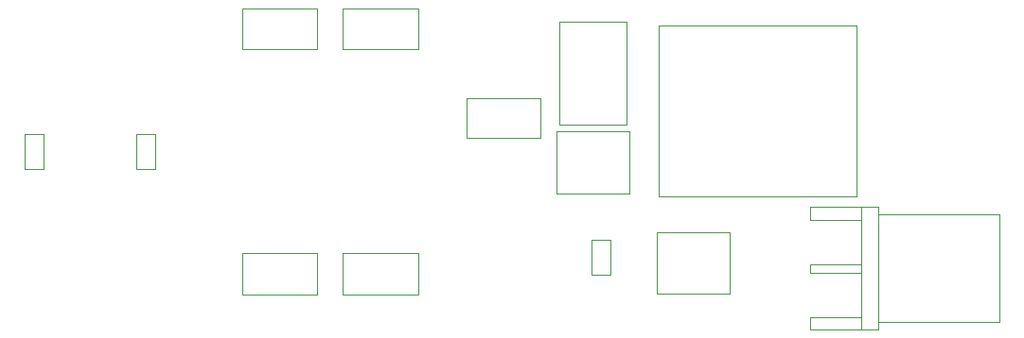
<source format=gbr>
G04 (created by PCBNEW (2013-mar-25)-stable) date Friday, August 07, 2015 11:50:23 AM*
%MOIN*%
G04 Gerber Fmt 3.4, Leading zero omitted, Abs format*
%FSLAX34Y34*%
G01*
G70*
G90*
G04 APERTURE LIST*
%ADD10C,0.006*%
%ADD11C,0.000393701*%
G04 APERTURE END LIST*
G54D10*
G54D11*
X87251Y-28740D02*
X87251Y-22716D01*
X87251Y-22716D02*
X80267Y-22716D01*
X80267Y-22716D02*
X80267Y-28740D01*
X80267Y-28740D02*
X87251Y-28740D01*
X80216Y-30011D02*
X80216Y-32192D01*
X80216Y-32192D02*
X82775Y-32192D01*
X82775Y-32192D02*
X82775Y-30011D01*
X82775Y-30011D02*
X80216Y-30011D01*
X76673Y-26468D02*
X76673Y-28649D01*
X76673Y-28649D02*
X79232Y-28649D01*
X79232Y-28649D02*
X79232Y-26468D01*
X79232Y-26468D02*
X76673Y-26468D01*
X79133Y-22598D02*
X79133Y-26220D01*
X79133Y-26220D02*
X76771Y-26220D01*
X76771Y-26220D02*
X76771Y-22598D01*
X76771Y-22598D02*
X79133Y-22598D01*
X88000Y-33468D02*
X87401Y-33468D01*
X87401Y-33468D02*
X87401Y-29129D01*
X87401Y-29129D02*
X88000Y-29129D01*
X88000Y-29129D02*
X88000Y-33468D01*
X87401Y-31448D02*
X85602Y-31448D01*
X85602Y-31448D02*
X85602Y-31149D01*
X85602Y-31149D02*
X87401Y-31149D01*
X87401Y-33468D02*
X85602Y-33468D01*
X85602Y-33468D02*
X85602Y-33009D01*
X85602Y-33009D02*
X87401Y-33009D01*
X87401Y-29129D02*
X85602Y-29129D01*
X85602Y-29129D02*
X85602Y-29588D01*
X85602Y-29588D02*
X87401Y-29588D01*
X88000Y-29399D02*
X92283Y-29399D01*
X92283Y-29399D02*
X92283Y-33198D01*
X92283Y-33198D02*
X88000Y-33198D01*
X61870Y-26555D02*
X61870Y-27775D01*
X61870Y-27775D02*
X62539Y-27775D01*
X62539Y-27775D02*
X62539Y-26555D01*
X62539Y-26555D02*
X61870Y-26555D01*
X57933Y-26555D02*
X57933Y-27775D01*
X57933Y-27775D02*
X58602Y-27775D01*
X58602Y-27775D02*
X58602Y-26555D01*
X58602Y-26555D02*
X57933Y-26555D01*
X77913Y-31515D02*
X77913Y-30295D01*
X77913Y-30295D02*
X78582Y-30295D01*
X78582Y-30295D02*
X78582Y-31515D01*
X78582Y-31515D02*
X77913Y-31515D01*
X68248Y-32224D02*
X65610Y-32224D01*
X65610Y-32224D02*
X65610Y-30767D01*
X65610Y-30767D02*
X68248Y-30767D01*
X68248Y-30767D02*
X68248Y-32224D01*
X69153Y-22106D02*
X71791Y-22106D01*
X71791Y-22106D02*
X71791Y-23562D01*
X71791Y-23562D02*
X69153Y-23562D01*
X69153Y-23562D02*
X69153Y-22106D01*
X65610Y-22106D02*
X68248Y-22106D01*
X68248Y-22106D02*
X68248Y-23562D01*
X68248Y-23562D02*
X65610Y-23562D01*
X65610Y-23562D02*
X65610Y-22106D01*
X71791Y-32224D02*
X69153Y-32224D01*
X69153Y-32224D02*
X69153Y-30767D01*
X69153Y-30767D02*
X71791Y-30767D01*
X71791Y-30767D02*
X71791Y-32224D01*
X76092Y-26683D02*
X73513Y-26683D01*
X73513Y-26683D02*
X73513Y-25285D01*
X73513Y-25285D02*
X76092Y-25285D01*
X76092Y-25285D02*
X76092Y-26683D01*
M02*

</source>
